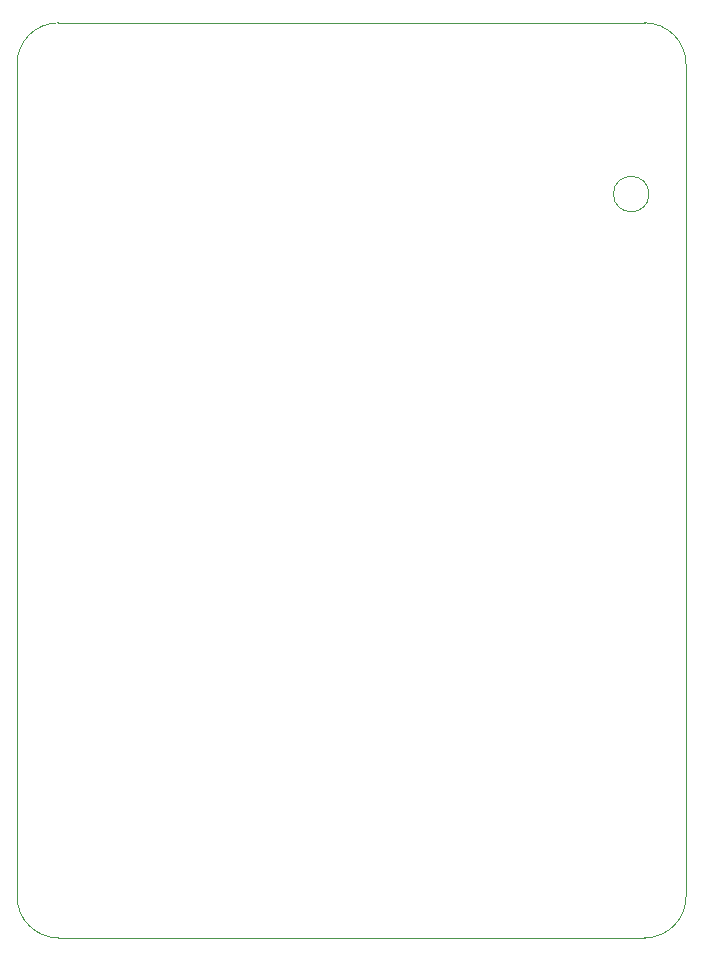
<source format=gm1>
G04 #@! TF.GenerationSoftware,KiCad,Pcbnew,9.0.2*
G04 #@! TF.CreationDate,2025-11-18T17:40:06+08:00*
G04 #@! TF.ProjectId,rio hub,72696f20-6875-4622-9e6b-696361645f70,rev?*
G04 #@! TF.SameCoordinates,Original*
G04 #@! TF.FileFunction,Profile,NP*
%FSLAX46Y46*%
G04 Gerber Fmt 4.6, Leading zero omitted, Abs format (unit mm)*
G04 Created by KiCad (PCBNEW 9.0.2) date 2025-11-18 17:40:06*
%MOMM*%
%LPD*%
G01*
G04 APERTURE LIST*
G04 #@! TA.AperFunction,Profile*
%ADD10C,0.050000*%
G04 #@! TD*
G04 APERTURE END LIST*
D10*
X103500000Y-100000000D02*
X153140000Y-100000000D01*
X153500000Y-114500000D02*
G75*
G02*
X150500000Y-114500000I-1500000J0D01*
G01*
X150500000Y-114500000D02*
G75*
G02*
X153500000Y-114500000I1500000J0D01*
G01*
X103500000Y-177470000D02*
X153140000Y-177470000D01*
X156640000Y-173970000D02*
X156640000Y-103500000D01*
X153140000Y-100000000D02*
G75*
G02*
X156640000Y-103500000I0J-3500000D01*
G01*
X100000000Y-103500000D02*
G75*
G02*
X103500000Y-100000000I3500000J0D01*
G01*
X100000000Y-103500000D02*
X100000000Y-173970000D01*
X103500000Y-177470000D02*
G75*
G02*
X100000000Y-173970000I0J3500000D01*
G01*
X156640000Y-173970000D02*
G75*
G02*
X153140000Y-177470000I-3500000J0D01*
G01*
M02*

</source>
